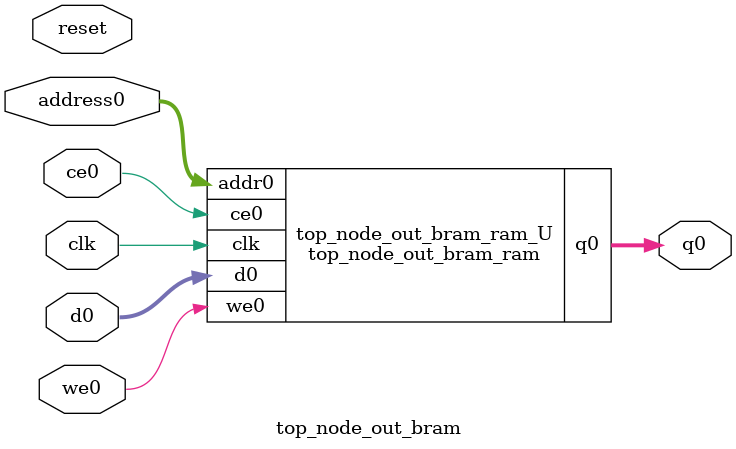
<source format=v>

`timescale 1 ns / 1 ps
module top_node_out_bram_ram (addr0, ce0, d0, we0, q0,  clk);

parameter DWIDTH = 32;
parameter AWIDTH = 9;
parameter MEM_SIZE = 512;

input[AWIDTH-1:0] addr0;
input ce0;
input[DWIDTH-1:0] d0;
input we0;
output reg[DWIDTH-1:0] q0;
input clk;

(* ram_style = "block" *)reg [DWIDTH-1:0] ram[0:MEM_SIZE-1];




always @(posedge clk)  
begin 
    if (ce0) 
    begin
        if (we0) 
        begin 
            ram[addr0] <= d0; 
            q0 <= d0;
        end 
        else 
            q0 <= ram[addr0];
    end
end


endmodule


`timescale 1 ns / 1 ps
module top_node_out_bram(
    reset,
    clk,
    address0,
    ce0,
    we0,
    d0,
    q0);

parameter DataWidth = 32'd32;
parameter AddressRange = 32'd512;
parameter AddressWidth = 32'd9;
input reset;
input clk;
input[AddressWidth - 1:0] address0;
input ce0;
input we0;
input[DataWidth - 1:0] d0;
output[DataWidth - 1:0] q0;



top_node_out_bram_ram top_node_out_bram_ram_U(
    .clk( clk ),
    .addr0( address0 ),
    .ce0( ce0 ),
    .d0( d0 ),
    .we0( we0 ),
    .q0( q0 ));

endmodule


</source>
